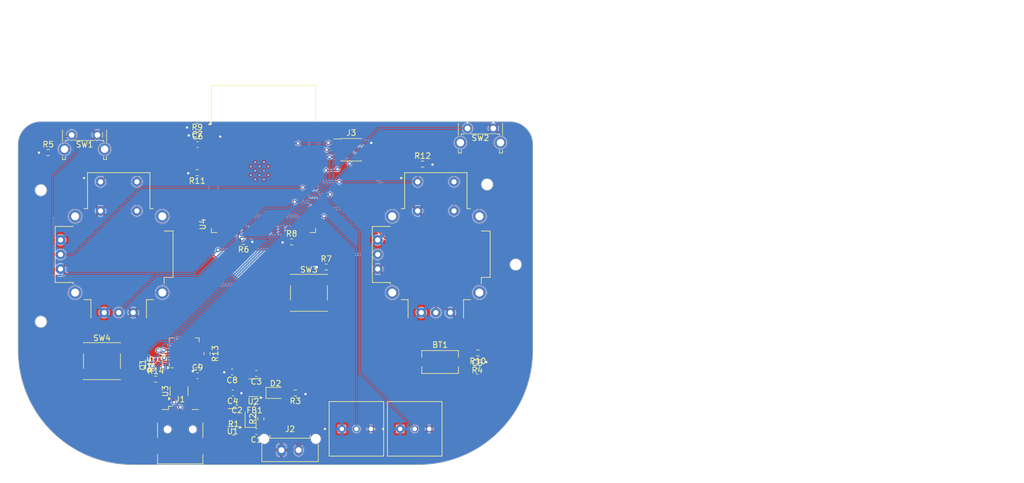
<source format=kicad_pcb>
(kicad_pcb (version 20240108) (generator "pcbnew") (generator_version "8.0")
  (layers (0 "F.Cu" signal) (31 "B.Cu" signal) (34 "B.Paste" user) (35 "F.Paste" user) (36 "B.SilkS" user "B.Silkscreen") (37 "F.SilkS" user "F.Silkscreen") (38 "B.Mask" user) (39 "F.Mask" user) (44 "Edge.Cuts" user))
  (net 0 "")
  (net 1 "VIN")
  (net 2 "GND")
  (net 3 "BT")
  (net 4 "+3.3V")
  (net 5 "EN")
  (net 6 "Net-(D1-A)")
  (net 7 "RX")
  (net 8 "TX")
  (net 9 "Net-(U2-EN)")
  (net 10 "IO13")
  (net 11 "IO15")
  (net 12 "IO12")
  (net 13 "IO35")
  (net 14 "+5V")
  (net 15 "Net-(D2-A)")
  (net 16 "Net-(D1-K)")
  (net 17 "IO5")
  (net 18 "Net-(J1-D+)")
  (net 19 "Net-(Q1A-E1)")
  (net 20 "Net-(Q1B-E2)")
  (net 21 "Net-(Q1A-B1)")
  (net 22 "Net-(Q1B-B2)")
  (net 23 "USBN")
  (net 24 "USBP")
  (net 28 "Net-(J1-D-)")
  (net 29 "IO4")
  (net 30 "IO17")
  (net 31 "IO18")
  (net 32 "Net-(U1-PROG)")
  (net 34 "IO2")
  (net 35 "IO19")
  (net 36 "Net-(U7-~{RST})")
  (net 38 "/STDEsp32/GPIO34")
  (net 42 "IO14")
  (net 43 "/STDEsp32/GPIO32")
  (net 45 "/STDEsp32/GPIO27")
  (net 47 "IO16")
  (net 50 "/STDEsp32/GPIO25")
  (net 51 "/STDEsp32/GPIO22")
  (net 52 "/STDEsp32/GPIO23")
  (net 53 "/STDEsp32/GPIO21")
  (net 55 "/STDEsp32/GPIO33")
  (net 56 "/STDEsp32/GPIO26")
  (footprint "Resistor_SMD:R_0603_1608Metric" (layer "F.Cu") (at 64.2 122.325 -90)
    (property "Reference" "R13")
    (property "Value" "1k")
  )
  (footprint "GL_Diverse:POT-COM_09806" (layer "F.Cu") (at 100.49 135.5)
    (property "Reference" "POT1" (hide yes))
    (property "Value" "COM-09806" (hide yes))
  )
  (footprint "Package_TO_SOT_SMD:SOT-363_SC-70-6" (layer "F.Cu") (at 55.23 124.27 90)
    (property "Reference" "Q1")
    (property "Value" "BC846BS")
  )
  (footprint "RF_Module:ESP32-WROOM-32" (layer "F.Cu") (at 74.055 91.285)
    (property "Reference" "U4")
    (property "Value" "ESP32-WROOM-32")
  )
  (footprint "Package_TO_SOT_SMD:SOT-23-5" (layer "F.Cu") (at 72.2875 128.3 180)
    (property "Reference" "U2")
    (property "Value" "AP2112K-3.3")
  )
  (footprint "Resistor_SMD:R_0603_1608Metric" (layer "F.Cu") (at 73.6 133.725 90)
    (property "Reference" "R2")
    (property "Value" "330")
  )
  (footprint "Capacitor_SMD:C_0603_1608Metric" (layer "F.Cu") (at 72.8 125.8 180)
    (property "Reference" "C3")
    (property "Value" "1uF")
  )
  (footprint "Button_Switch_THT:SW_Tactile_SPST_Angled_PTS645Vx39-2LFS" (layer "F.Cu") (at 40.525 84.1125)
    (property "Reference" "SW1")
    (property "Value" "SW_Push")
  )
  (footprint "LED_SMD:LED_0805_2012Metric" (layer "F.Cu") (at 76.1625 129.2)
    (property "Reference" "D2")
    (property "Value" "PWR ON")
  )
  (footprint "Resistor_SMD:R_0603_1608Metric" (layer "F.Cu") (at 79.625 129.2 180)
    (property "Reference" "R3")
    (property "Value" "330")
  )
  (footprint "LED_SMD:LED_0805_2012Metric" (layer "F.Cu") (at 71.8 133.5375 90)
    (property "Reference" "D1" (hide yes))
    (property "Value" "Chrg" (hide yes))
  )
  (footprint "Capacitor_SMD:C_0603_1608Metric" (layer "F.Cu") (at 62.525 126.2)
    (property "Reference" "C9")
    (property "Value" "10u")
  )
  (footprint "Inductor_SMD:L_0603_1608Metric" (layer "F.Cu") (at 72.4875 130.8 180)
    (property "Reference" "FB1")
    (property "Value" "Ferrite Bead")
  )
  (footprint "Button_Switch_SMD:SW_SPST_PTS645" (layer "F.Cu") (at 82 111.7)
    (property "Reference" "SW3")
    (property "Value" "SW_Push")
  )
  (footprint "Resistor_SMD:R_0603_1608Metric" (layer "F.Cu") (at 85.025 107.2)
    (property "Reference" "R7")
    (property "Value" "4.7k")
  )
  (footprint "Capacitor_SMD:C_0603_1608Metric" (layer "F.Cu") (at 72.8 135.95 180)
    (property "Reference" "C1")
    (property "Value" "1uF")
  )
  (footprint "Resistor_SMD:R_0603_1608Metric" (layer "F.Cu") (at 36.425 87.2)
    (property "Reference" "R5")
    (property "Value" "4.7k")
  )
  (footprint "Resistor_SMD:R_0603_1608Metric" (layer "F.Cu") (at 101.875 89.2)
    (property "Reference" "R12")
    (property "Value" "4.7k")
  )
  (footprint "Connector_PinHeader_1.27mm:PinHeader_2x03_P1.27mm_Vertical_SMD" (layer "F.Cu") (at 89.4 86.7)
    (property "Reference" "J3")
    (property "Value" "Prog")
  )
  (footprint "Package_DFN_QFN:QFN-28-1EP_5x5mm_P0.5mm_EP3.35x3.35mm" (layer "F.Cu") (at 60.2 122.2 90)
    (property "Reference" "U7")
    (property "Value" "CP2102N-Axx-xQFN28")
  )
  (footprint "Button_Switch_SMD:SW_Tactile_SPST_NO_Straight_CK_PTS636Sx25SMTRLFS" (layer "F.Cu") (at 104.925 123.8)
    (property "Reference" "BT1")
    (property "Value" "SW_Push")
  )
  (footprint "Resistor_SMD:R_0603_1608Metric" (layer "F.Cu") (at 52.9 124.2 -90)
    (property "Reference" "R15")
    (property "Value" "10k")
  )
  (footprint "Resistor_SMD:R_0603_1608Metric" (layer "F.Cu") (at 55.225 126.8)
    (property "Reference" "R14")
    (property "Value" "10k")
  )
  (footprint "Connector_Molex:Molex_Micro-Fit_3.0_43650-0215_1x02_P3.00mm_Vertical" (layer "F.Cu") (at 77.2 139.2)
    (property "Reference" "J2")
    (property "Value" "Bat")
  )
  (footprint "Package_TO_SOT_SMD:SOT-23-6" (layer "F.Cu") (at 59.3 128.9 90)
    (property "Reference" "U3")
    (property "Value" "USBLC6-2SC6")
  )
  (footprint "Capacitor_SMD:C_0603_1608Metric" (layer "F.Cu") (at 68.675 129.2 180)
    (property "Reference" "C4")
    (property "Value" "1uF")
  )
  (footprint "Resistor_SMD:R_0603_1608Metric" (layer "F.Cu") (at 78.975 102.8)
    (property "Reference" "R8")
    (property "Value" "4.7k")
  )
  (footprint "Resistor_SMD:R_0603_1608Metric" (layer "F.Cu") (at 62.475 84.2)
    (property "Reference" "R9")
    (property "Value" "10K")
  )
  (footprint "Capacitor_SMD:C_0603_1608Metric" (layer "F.Cu") (at 111.4 125.4)
    (property "Reference" "C5")
    (property "Value" "0.1uf")
  )
  (footprint "Capacitor_SMD:C_0603_1608Metric" (layer "F.Cu") (at 69.425 130.8 180)
    (property "Reference" "C2")
    (property "Value" "10nF")
  )
  (footprint "Button_Switch_SMD:SW_SPST_PTS645" (layer "F.Cu") (at 45.82 123.65)
    (property "Reference" "SW4")
    (property "Value" "SW_Push")
  )
  (footprint "Capacitor_SMD:C_0603_1608Metric" (layer "F.Cu") (at 68.575 125.55 180)
    (property "Reference" "C8")
    (property "Value" "0.1uf")
  )
  (footprint "Resistor_SMD:R_0603_1608Metric" (layer "F.Cu") (at 68.825 136.05)
    (property "Reference" "R1")
    (property "Value" "2k")
  )
  (footprint "GL_Diverse:POT-COM-09032" (layer "F.Cu") (at 48.75 105)
    (property "Reference" "U5" (hide yes))
    (property "Value" "COM-09032" (hide yes))
  )
  (footprint "Resistor_SMD:R_0603_1608Metric" (layer "F.Cu") (at 62.475 90.7 180)
    (property "Reference" "R11")
    (property "Value" "4.7k")
  )
  (footprint "Capacitor_SMD:C_0603_1608Metric" (layer "F.Cu") (at 62.525 85.8)
    (property "Reference" "C6")
    (property "Value" "0.1uf")
  )
  (footprint "Capacitor_SMD:C_0603_1608Metric" (layer "F.Cu") (at 62.475 82.6 180)
    (property "Reference" "C7")
    (property "Value" "0.1uf")
  )
  (footprint "Resistor_SMD:R_0603_1608Metric" (layer "F.Cu") (at 111.525 122.2 180)
    (property "Reference" "R10")
    (property "Value" "10K")
  )
  (footprint "Package_TO_SOT_SMD:SOT-23-5" (layer "F.Cu") (at 68.6625 133.5 180)
    (property "Reference" "U1")
    (property "Value" "MCP73832-2-OT")
  )
  (footprint "Resistor_SMD:R_0603_1608Metric" (layer "F.Cu") (at 70.575 102.7 180)
    (property "Reference" "R6")
    (property "Value" "4.7k")
  )
  (footprint "GL_Diverse:POT-COM-09032" (layer "F.Cu") (at 104.18 105)
    (property "Reference" "U6" (hide yes))
    (property "Value" "COM-09032" (hide yes))
  )
  (footprint "Button_Switch_THT:SW_Tactile_SPST_Angled_PTS645Vx39-2LFS" (layer "F.Cu") (at 109.725 82.9625)
    (property "Reference" "SW2")
    (property "Value" "SW_Push")
  )
  (footprint "Resistor_SMD:R_0603_1608Metric" (layer "F.Cu") (at 111.425 123.8 180)
    (property "Reference" "R4")
    (property "Value" "4.7k")
  )
  (footprint "GL_Diverse:POT-COM_09806" (layer "F.Cu") (at 90.3 135.5)
    (property "Reference" "POT2" (hide yes))
    (property "Value" "COM-09806" (hide yes))
  )
  (footprint "Connector_USB:USB_Mini-B_Wuerth_65100516121_Horizontal" (layer "F.Cu") (at 59.5 135.575)
    (property "Reference" "J1")
    (property "Value" "USB_A")
  )
  (gr_circle (center 118.15 106.765) (end 119.15 106.765) (stroke (width 0.1)) (fill none) (layer "Edge.Cuts"))
  (gr_line (start 121.15 121.765) (end 121.15 85.765) (stroke (width 0.1)) (layer "Edge.Cuts"))
  (gr_arc (start 121.15 121.765) (mid 115.292136 135.907136) (end 101.15 141.765) (stroke (width 0.1)) (layer "Edge.Cuts"))
  (gr_arc (start 31.15 85.765) (mid 32.321573 82.936573) (end 35.15 81.765) (stroke (width 0.1)) (layer "Edge.Cuts"))
  (gr_arc (start 117.15 81.765) (mid 119.978427 82.936573) (end 121.15 85.765) (stroke (width 0.1)) (layer "Edge.Cuts"))
  (gr_arc (start 51.15 141.765) (mid 37.007864 135.907136) (end 31.15 121.765) (stroke (width 0.1)) (layer "Edge.Cuts"))
  (gr_line (start 35.15 81.765) (end 117.15 81.765) (stroke (width 0.1)) (layer "Edge.Cuts"))
  (gr_circle (center 113.15 92.765) (end 114.15 92.765) (stroke (width 0.1)) (fill none) (layer "Edge.Cuts"))
  (gr_circle (center 35.15 93.765) (end 36.15 93.765) (stroke (width 0.1)) (fill none) (layer "Edge.Cuts"))
  (gr_circle (center 35.15 116.765) (end 36.15 116.765) (stroke (width 0.1)) (fill none) (layer "Edge.Cuts"))
  (gr_line (start 31.15 85.765) (end 31.15 121.765) (stroke (width 0.1)) (layer "Edge.Cuts"))
  (gr_line (start 51.15 141.765) (end 101.15 141.765) (stroke (width 0.1)) (layer "Edge.Cuts"))
  (segment (start 74.91 131.9) (end 73.4 131.9) (width 1) (layer "F.Cu") (net 1))
  (segment (start 69.8 131.2) (end 70.2 130.8) (width 0.25) (layer "F.Cu") (net 1))
  (segment (start 71.7 130.8) (end 70.2 130.8) (width 0.25) (layer "F.Cu") (net 1))
  (segment (start 71.7 130.8) (end 72.8 131.9) (width 0.25) (layer "F.Cu") (net 1))
  (segment (start 80.2 137.19) (end 74.91 131.9) (width 1) (layer "F.Cu") (net 1))
  (segment (start 72.8 131.9) (end 73.4 131.9) (width 0.25) (layer "F.Cu") (net 1))
  (segment (start 80.2 139.2) (end 80.2 137.19) (width 1) (layer "F.Cu") (net 1))
  (segment (start 69.8 132.55) (end 69.8 131.2) (width 0.25) (layer "F.Cu") (net 1))
  (segment (start 59.4 129.1) (end 60.8 129.1) (width 0.25) (layer "F.Cu") (net 2))
  (segment (start 73.425 128.3) (end 74.325 128.3) (width 0.25) (layer "F.Cu") (net 2))
  (segment (start 74.325 128.3) (end 75.225 129.2) (width 0.25) (layer "F.Cu") (net 2))
  (segment (start 63.25 82.6) (end 63.8 82.6) (width 0.25) (layer "F.Cu") (net 2))
  (segment (start 78.02 113.95) (end 85.98 113.95) (width 0.25) (layer "F.Cu") (net 2))
  (segment (start 60.3 132.975) (end 61.1 132.975) (width 0.25) (layer "F.Cu") (net 2))
  (segment (start 65.305 83.035) (end 64.235 83.035) (width 0.25) (layer "F.Cu") (net 2))
  (segment (start 64.235 83.035) (end 64 82.8) (width 0.25) (layer "F.Cu") (net 2))
  (segment (start 59.3 129.2) (end 59.4 129.1) (width 0.25) (layer "F.Cu") (net 2))
  (segment (start 63.8 82.6) (end 64 82.8) (width 0.25) (layer "F.Cu") (net 2))
  (segment (start 59.3 130.0375) (end 59.3 129.2) (width 0.25) (layer "F.Cu") (net 2))
  (segment (start 110.6 123.8) (end 108.8 123.8) (width 0.25) (layer "F.Cu") (net 3))
  (segment (start 89.1 89.1) (end 91.35 89.1) (width 0.254) (layer "F.Cu") (net 3))
  (segment (start 110.7 122.2) (end 110.7 123.7) (width 0.25) (layer "F.Cu") (net 3))
  (segment (start 91.35 89.300434) (end 91.35 89.1) (width 0.25) (layer "F.Cu") (net 3))
  (segment (start 55.88 125.22) (end 55.98 125.22) (width 0.254) (layer "F.Cu") (net 3))
  (segment (start 105.3 103.250434) (end 91.35 89.300434) (width 0.25) (layer "F.Cu") (net 3))
  (segment (start 110.7 121.1) (end 110.7 122.2) (width 0.25) (layer "F.Cu") (net 3))
  (segment (start 55.98 125.22) (end 56.5 124.7) (width 0.254) (layer "F.Cu") (net 3))
  (segment (start 91.35 89.1) (end 91.35 87.97) (width 0.25) (layer "F.Cu") (net 3))
  (segment (start 105.3 115.7) (end 110.7 121.1) (width 0.25) (layer "F.Cu") (net 3))
  (segment (start 105.3 115.7) (end 105.3 103.250434) (width 0.25) (layer "F.Cu") (net 3))
  (segment (start 110.625 123.825) (end 110.6 123.8) (width 0.25) (layer "F.Cu") (net 3))
  (segment (start 110.7 123.7) (end 110.6 123.8) (width 0.25) (layer "F.Cu") (net 3))
  (segment (start 110.625 125.4) (end 110.625 123.825) (width 0.25) (layer "F.Cu") (net 3))
  (via (at 89.1 89.1) (size 0.8) (drill 0.4) (layers "F.Cu" "B.Cu") (net 3))
  (via (at 56.5 124.7) (size 0.8) (drill 0.4) (layers "F.Cu" "B.Cu") (net 3))
  (segment (start 83.207276 95.207276) (end 89.1 89.314552) (width 0.254) (layer "B.Cu") (net 3))
  (segment (start 57.327 121.087552) (end 83.207276 95.207276) (width 0.254) (layer "B.Cu") (net 3))
  (segment (start 57.327 123.873) (end 57.327 121.087552) (width 0.254) (layer "B.Cu") (net 3))
  (segment (start 56.5 124.7) (end 57.327 123.873) (width 0.254) (layer "B.Cu") (net 3))
  (segment (start 89.1 89.314552) (end 89.1 89.1) (width 0.254) (layer "B.Cu") (net 3))
  (segment (start 71.4 102.7) (end 72 102.7) (width 0.25) (layer "F.Cu") (net 4))
  (segment (start 66.405 84.305) (end 66.5 84.4) (width 0.25) (layer "F.Cu") (net 4))
  (segment (start 112.25 123.8) (end 112.25 122.3) (width 0.25) (layer "F.Cu") (net 4))
  (segment (start 112.25 122.3) (end 112.35 122.2) (width 0.25) (layer "F.Cu") (net 4))
  (segment (start 61.65 84.2) (end 61 84.2) (width 0.25) (layer "F.Cu") (net 4))
  (segment (start 60.9 82.6) (end 60.7 82.8) (width 0.25) (layer "F.Cu") (net 4))
  (segment (start 61.7 82.6) (end 60.9 82.6) (width 0.25) (layer "F.Cu") (net 4))
  (segment (start 72 102.7) (end 72.1 102.8) (width 0.25) (layer "F.Cu") (net 4))
  (segment (start 67.8 125.55) (end 67.25 125.55) (width 0.25) (layer "F.Cu") (net 4))
  (segment (start 91.35 85.43) (end 92.83 85.43) (width 0.25) (layer "F.Cu") (net 4))
  (segment (start 61.65 90.7) (end 61 90.7) (width 0.25) (layer "F.Cu") (net 4))
  (segment (start 71.15 129.25) (end 70.2 129.25) (width 0.25) (layer "F.Cu") (net 4))
  (segment (start 61 90.7) (end 60.9 90.8) (width 0.25) (layer "F.Cu") (net 4))
  (segment (start 103.5 89.2) (end 103.6 89.3) (width 0.25) (layer "F.Cu") (net 4))
  (segment (start 61.75 126.2) (end 61.75 125.45) (width 0.25) (layer "F.Cu") (net 4))
  (segment (start 77.5 102.8) (end 77.4 102.9) (width 0.25) (layer "F.Cu") (net 4))
  (segment (start 84.2 107.2) (end 83.4 107.2) (width 0.25) (layer "F.Cu") (net 4))
  (segment (start 80.45 129.2) (end 81.2 129.2) (width 0.25) (layer "F.Cu") (net 4))
  (segment (start 67.25 125.55) (end 67.2 125.6) (width 0.25) (layer "F.Cu") (net 4))
  (segment (start 61.2 124.65) (end 61.7 124.65) (width 0.25) (layer "F.Cu") (net 4))
  (segment (start 78.15 102.8) (end 77.5 102.8) (width 0.25) (layer "F.Cu") (net 4))
  (segment (start 70.15 129.2) (end 70.2 129.25) (width 0.25) (layer "F.Cu") (net 4))
  (segment (start 92.83 85.43) (end 92.9 85.5) (width 0.25) (layer "F.Cu") (net 4))
  (segment (start 112.25 123.8) (end 113 123.8) (width 0.25) (layer "F.Cu") (net 4))
  (segment (start 102.7 89.2) (end 103.5 89.2) (width 0.25) (layer "F.Cu") (net 4))
  (segment (start 81.2 129.2) (end 81.4 129.4) (width 0.25) (layer "F.Cu") (net 4))
  (segment (start 61.7 124.65) (end 61.7 125.4) (width 0.25) (layer "F.Cu") (net 4))
  (segment (start 35.6 87.2) (end 34.8 87.2) (width 0.25) (layer "F.Cu") (net 4))
  (segment (start 65.305 84.305) (end 66.405 84.305) (width 0.25) (layer "F.Cu") (net 4))
  (segment (start 61.75 125.45) (end 61.7 125.4) (width 0.25) (layer "F.Cu") (net 4))
  (segment (start 69.45 129.2) (end 70.15 129.2) (width 0.25) (layer "F.Cu") (net 4))
  (via (at 92.9 85.5) (size 0.8) (drill 0.4) (layers "F.Cu" "B.Cu") (net 4))
  (via (at 72.1 102.8) (size 0.8) (drill 0.4) (layers "F.Cu" "B.Cu") (net 4))
  (via (at 70.2 129.25) (size 0.8) (drill 0.4) (layers "F.Cu" "B.Cu") (net 4))
  (via (at 83.4 107.2) (size 0.8) (drill 0.4) (layers "F.Cu" "B.Cu") (net 4))
  (via (at 60.7 82.8) (size 0.8) (drill 0.4) (layers "F.Cu" "B.Cu") (net 4))
  (via (at 113 123.8) (size 0.8) (drill 0.4) (layers "F.Cu" "B.Cu") (net 4))
  (via (at 67.2 125.6) (size 0.8) (drill 0.4) (layers "F.Cu" "B.Cu") (net 4))
  (via (at 61 84.2) (size 0.8) (drill 0.4) (layers "F.Cu" "B.Cu") (net 4))
  (via (at 81.4 129.4) (size 0.8) (drill 0.4) (layers "F.Cu" "B.Cu") (net 4))
  (via (at 34.8 87.2) (size 0.8) (drill 0.4) (layers "F.Cu" "B.Cu") (net 4))
  (via (at 61.7 125.4) (size 0.8) (drill 0.4) (layers "F.Cu" "B.Cu") (net 4))
  (via (at 66.5 84.4) (size 0.8) (drill 0.4) (layers "F.Cu" "B.Cu") (net 4))
  (via (at 60.9 90.8) (size 0.8) (drill 0.4) (layers "F.Cu" "B.Cu") (net 4))
  (via (at 103.6 89.3) (size 0.8) (drill 0.4) (layers "F.Cu" "B.Cu") (net 4))
  (via (at 77.4 102.9) (size 0.8) (drill 0.4) (layers "F.Cu" "B.Cu") (net 4))
  (segment (start 54.008 122.748) (end 52.442588 122.748) (width 0.254) (layer "F.Cu") (net 5))
  (segment (start 65.305 85.575) (end 63.525 85.575) (width 0.25) (layer "F.Cu") (net 5))
  (segment (start 62.3 88.5) (end 63.3 87.5) (width 0.254) (layer "F.Cu") (net 5))
  (segment (start 37.474 122.083) (end 37.474 98.726) (width 0.254) (layer "F.Cu") (net 5))
  (segment (start 47.7 88.5) (end 62.3 88.5) (width 0.254) (layer "F.Cu") (net 5))
  (segment (start 52.442588 122.748) (end 50.8 124.390588) (width 0.254) (layer "F.Cu") (net 5))
  (segment (start 85.4 85.5) (end 87.38 85.5) (width 0.25) (layer "F.Cu") (net 5))
  (segment (start 63.3 87.5) (end 63.3 85.8) (width 0.254) (layer "F.Cu") (net 5))
  (segment (start 39.781588 124.390588) (end 37.474 122.083) (width 0.254) (layer "F.Cu") (net 5))
  (segment (start 54.58 123.32) (end 54.008 122.748) (width 0.254) (layer "F.Cu") (net 5))
  (segment (start 65.305 85.575) (end 80.075 85.575) (width 0.25) (layer "F.Cu") (net 5))
  (segment (start 80.075 85.575) (end 80.1 85.6) (width 0.25) (layer "F.Cu") (net 5))
  (segment (start 37.474 98.726) (end 47.7 88.5) (width 0.254) (layer "F.Cu") (net 5))
  (segment (start 50.8 124.390588) (end 39.781588 124.390588) (width 0.254) (layer "F.Cu") (net 5))
  (segment (start 87.38 85.5) (end 87.45 85.43) (width 0.25) (layer "F.Cu") (net 5))
  (segment (start 63.525 85.575) (end 63.3 85.8) (width 0.25) (layer "F.Cu") (net 5))
  (segment (start 63.3 84.2) (end 63.3 85.8) (width 0.25) (layer "F.Cu") (net 5))
  (via (at 80.1 85.6) (size 0.8) (drill 0.4) (layers "F.Cu" "B.Cu") (net 5))
  (via (at 85.4 85.5) (size 0.8) (drill 0.4) (layers "F.Cu" "B.Cu") (net 5))
  (segment (start 85.3 85.6) (end 85.4 85.5) (width 0.25) (layer "B.Cu") (net 5))
  (segment (start 80.1 85.6) (end 85.3 85.6) (width 0.25) (layer "B.Cu") (net 5))
  (segment (start 72.1 132.9) (end 71.8 132.6) (width 0.25) (layer "F.Cu") (net 6))
  (segment (start 73.6 132.9) (end 72.1 132.9) (width 0.25) (layer "F.Cu") (net 6))
  (segment (start 87.45 87.97) (end 85.6 87.97) (width 0.25) (layer "F.Cu") (net 7))
  (segment (start 57.075 122.7) (end 56.7 123.075) (width 0.254) (layer "F.Cu") (net 7))
  (segment (start 82.95 87.97) (end 82.805 88.115) (width 0.25) (layer "F.Cu") (net 7))
  (segment (start 57.75 122.7) (end 57.075 122.7) (width 0.254) (layer "F.Cu") (net 7))
  (segment (start 85.6 87.97) (end 82.95 87.97) (width 0.25) (layer "F.Cu") (net 7))
  (via (at 85.6 87.97) (size 0.8) (drill 0.4) (layers "F.Cu" "B.Cu") (net 7))
  (via (at 56.7 123.075) (size 0.8) (drill 0.4) (layers "F.Cu" "B.Cu") (net 7))
  (segment (start 53.973 124.759712) (end 53.973 121.927) (width 0.254) (layer "B.Cu") (net 7))
  (segment (start 85.6 91.813288) (end 85.6 87.97) (width 0.254) (layer "B.Cu") (net 7))
  (segment (start 57.213288 120.2) (end 85.6 91.813288) (width 0.254) (layer "B.Cu") (net 7))
  (segment (start 56.7 123.286712) (end 54.859712 125.127) (width 0.254) (layer "B.Cu") (net 7))
  (segment (start 53.973 121.927) (end 55.7 120.2) (width 0.254) (layer "B.Cu") (net 7))
  (segment (start 54.859712 125.127) (end 54.340288 125.127) (width 0.254) (layer "B.Cu") (net 7))
  (segment (start 55.7 120.2) (end 57.213288 120.2) (width 0.254) (layer "B.Cu") (net 7))
  (segment (start 56.7 123.075) (end 56.7 123.286712) (width 0.254) (layer "B.Cu") (net 7))
  (segment (start 54.340288 125.127) (end 53.973 124.759712) (width 0.254) (layer "B.Cu") (net 7))
  (segment (start 87.45 86.7) (end 85.1 86.7) (width 0.25) (layer "F.Cu") (net 8))
  (segment (start 82.95 86.7) (end 82.805 86.845) (width 0.25) (layer "F.Cu") (net 8))
  (segment (start 56.222315 122.327) (end 55.655715 121.7604) (width 0.254) (layer "F.Cu") (net 8))
  (segment (start 57.623 122.327) (end 56.222315 122.327) (width 0.254) (layer "F.Cu") (net 8))
  (segment (start 85.1 86.7) (end 82.95 86.7) (width 0.25) (layer "F.Cu") (net 8))
  (segment (start 57.75 122.2) (end 57.623 122.327) (width 0.254) (layer "F.Cu") (net 8))
  (via (at 55.655715 121.7604) (size 0.8) (drill 0.4) (layers "F.Cu" "B.Cu") (net 8))
  (via (at 85.1 86.7) (size 0.8) (drill 0.4) (layers "F.Cu" "B.Cu") (net 8))
  (segment (start 55.655715 121.757573) (end 56.859288 120.554) (width 0.254) (layer "B.Cu") (net 8))
  (segment (start 56.859288 120.554) (end 57.35992 120.554) (width 0.254) (layer "B.Cu") (net 8))
  (segment (start 55.655715 121.7604) (end 55.655715 121.757573) (width 0.254) (layer "B.Cu") (net 8))
  (segment (start 85.3 86.7) (end 85.1 86.7) (width 0.254) (layer "B.Cu") (net 8))
  (segment (start 57.35992 120.554) (end 86.227 91.68692) (width 0.254) (layer "B.Cu") (net 8))
  (segment (start 86.227 87.627) (end 85.3 86.7) (width 0.254) (layer "B.Cu") (net 8))
  (segment (start 86.227 91.68692) (end 86.227 87.627) (width 0.254) (layer "B.Cu") (net 8))
  (segment (start 73.275 129.4) (end 73.425 129.25) (width 0.254) (layer "F.Cu") (net 9))
  (segment (start 73.425 129.25) (end 72.762501 129.25) (width 0.25) (layer "F.Cu") (net 9))
  (segment (start 73.425 127.35) (end 73.425 125.95) (width 0.25) (layer "F.Cu") (net 9))
  (segment (start 72.5375 127.575001) (end 72.762501 127.35) (width 0.25) (layer "F.Cu") (net 9))
  (segment (start 72.762501 129.25) (end 72.5375 129.024999) (width 0.25) (layer "F.Cu") (net 9))
  (segment (start 73.425 125.95) (end 73.575 125.8) (width 0.25) (layer "F.Cu") (net 9))
  (segment (start 72.5375 129.024999) (end 72.5375 127.575001) (width 0.25) (layer "F.Cu") (net 9))
  (segment (start 72.762501 127.35) (end 73.425 127.35) (width 0.25) (layer "F.Cu") (net 9))
  (segment (start 73.275 130.8) (end 73.275 129.4) (width 0.254) (layer "F.Cu") (net 9))
  (segment (start 86.8 90.3) (end 87 90.1) (width 0.25) (layer "F.Cu") (net 10))
  (segment (start 69.75 102.7) (end 69.9 102.7) (width 0.25) (layer "F.Cu") (net 10))
  (segment (start 69.9 102.7) (end 70.3 102.3) (width 0.25) (layer "F.Cu") (net 10))
  (segment (start 84.973 90.3) (end 86.8 90.3) (width 0.25) (layer "F.Cu") (net 10))
  (segment (start 69.615 100.795) (end 69.615 102.565) (width 0.25) (layer "F.Cu") (net 10))
  (segment (start 69.615 102.565) (end 69.75 102.7) (width 0.25) (layer "F.Cu") (net 10))
  (via (at 84.973 90.3) (size 0.8) (drill 0.4) (layers "F.Cu" "B.Cu") (net 10))
  (via (at 70.3 102.3) (size 0.8) (drill 0.4) (layers "F.Cu" "B.Cu") (net 10))
  (via (at 87 90.1) (size 0.8) (drill 0.4) (layers "F.Cu" "B.Cu") (net 10))
  (segment (start 85 90.6) (end 85 90.7) (width 0.25) (layer "B.Cu") (net 10))
  (segment (start 94.1375 82.9625) (end 109.725 82.9625) (width 0.25) (layer "B.Cu") (net 10))
  (segment (start 80.157742 96.757742) (end 85 91.915484) (width 0.25) (layer "B.Cu") (net 10))
  (segment (start 74.807742 102.107742) (end 80.157742 96.757742) (width 0.25) (layer "B.Cu") (net 10))
  (segment (start 85 90.7) (end 85 90.327) (width 0.25) (layer "B.Cu") (net 10))
  (segment (start 70.492258 102.107742) (end 74.807742 102.107742) (width 0.25) (layer "B.Cu") (net 10))
  (segment (start 85 91.915484) (end 85 90.6) (width 0.25) (layer "B.Cu") (net 10))
  (segment (start 85 90.327) (end 84.973 90.3) (width 0.25) (layer "B.Cu") (net 10))
  (segment (start 87 90.1) (end 94.1375 82.9625) (width 0.25) (layer "B.Cu") (net 10))
  (segment (start 70.3 102.3) (end 70.492258 102.107742) (width 0.25) (layer "B.Cu") (net 10))
  (segment (start 66.1 104.2) (end 75.1 104.2) (width 0.25) (layer "F.Cu") (net 11))
  (segment (start 75.1 104.2) (end 77.53 101.77) (width 0.25) (layer "F.Cu") (net 11))
  (segment (start 77.91 101.39) (end 78.505 100.795) (width 0.25) (layer "F.Cu") (net 11))
  (segment (start 39.8625 84.1125) (end 40.525 84.1125) (width 0.25) (layer "F.Cu") (net 11))
  (segment (start 37.25 87.2) (end 37.25 86.725) (width 0.25) (layer "F.Cu") (net 11))
  (segment (start 37.25 86.725) (end 39.8625 84.1125) (width 0.25) (layer "F.Cu") (net 11))
  (segment (start 77.53 101.77) (end 77.91 101.77) (width 0.25) (layer "F.Cu") (net 11))
  (segment (start 77.91 101.77) (end 77.91 101.39) (width 0.25) (layer "F.Cu") (net 11))
  (via (at 66.1 104.2) (size 0.8) (drill 0.4) (layers "F.Cu" "B.Cu") (net 11))
  (segment (start 37.2 108.3) (end 37.2 91.3835) (width 0.25) (layer "B.Cu") (net 11))
  (segment (start 62 108.3) (end 39.405434 108.3) (width 0.25) (layer "B.Cu") (net 11))
  (segment (start 37.554 108.654) (end 37.2 108.3) (width 0.25) (layer "B.Cu") (net 11))
  (segment (start 37.2 91.3835) (end 41.399999 87.183501) (width 0.25) (layer "B.Cu") (net 11))
  (segment (start 39.051434 108.654) (end 37.554 108.654) (width 0.25) (layer "B.Cu") (net 11))
  (segment (start 41.399999 84.987499) (end 40.525 84.1125) (width 0.25) (layer "B.Cu") (net 11))
  (segment (start 66.1 104.2) (end 62 108.3) (width 0.25) (layer "B.Cu") (net 11))
  (segment (start 41.399999 87.183501) (end 41.399999 84.987499) (width 0.25) (layer "B.Cu") (net 11))
  (segment (start 39.405434 108.3) (end 39.051434 108.654) (width 0.25) (layer "B.Cu") (net 11))
  (segment (start 65.3 105.1) (end 65.305 105.095) (width 0.25) (layer "F.Cu") (net 12))
  (segment (start 69.65 109.45) (end 65.3 105.1) (width 0.25) (layer "F.Cu") (net 12))
  (segment (start 65.305 105.095) (end 65.305 99.545) (width 0.25) (layer "F.Cu") (net 12))
  (segment (start 85.98 109.45) (end 85.98 107.33) (width 0.25) (layer "F.Cu") (net 12))
  (segment (start 85.98 107.33) (end 85.85 107.2) (width 0.25) (layer "F.Cu") (net 12))
  (segment (start 78.02 109.45) (end 69.65 109.45) (width 0.25) (layer "F.Cu") (net 12))
  (segment (start 85.98 109.45) (end 78.02 109.45) (width 0.25) (layer "F.Cu") (net 12))
  (segment (start 63.345 90.655) (end 63.3 90.7) (width 0.25) (layer "F.Cu") (net 13))
  (segment (start 60.525 91.425) (end 62.575 91.425) (width 0.25) (layer "F.Cu") (net 13))
  (segment (start 65.305 90.655) (end 63.345 90.655) (width 0.25) (layer "F.Cu") (net 13))
  (segment (start 46.689 91.186) (end 60.286 91.186) (width 0.25) (layer "F.Cu") (net 13))
  (segment (start 62.575 91.425) (end 63.3 90.7) (width 0.25) (layer "F.Cu") (net 13))
  (segment (start 45.575 92.3) (end 46.689 91.186) (width 0.25) (layer "F.Cu") (net 13))
  (segment (start 60.286 91.186) (end 60.525 91.425) (width 0.25) (layer "F.Cu") (net 13))
  (segment (start 57.825 128.865514) (end 58.040514 128.65) (width 0.25) (layer "F.Cu") (net 14))
  (segment (start 59.3 128.009486) (end 59.940514 128.65) (width 0.25) (layer "F.Cu") (net 14))
  (segment (start 58.659486 128.65) (end 59.3 128.009486) (width 0.25) (layer "F.Cu") (net 14))
  (segment (start 59.940514 128.65) (end 61.13237 128.65) (width 0.25) (layer "F.Cu") (net 14))
  (segment (start 61.13237 128.65) (end 62.5 128.65) (width 0.25) (layer "F.Cu") (net 14))
  (segment (start 67.525 133.208884) (end 67.525 132.55) (width 0.25) (layer "F.Cu") (net 14))
  (segment (start 57.9 132.975) (end 57.825 132.9) (width 0.25) (layer "F.Cu") (net 14))
  (segment (start 73.575 135.95) (end 72.75 136.775) (width 0.25) (layer "F.Cu") (net 14))
  (segment (start 62.5 128.65) (end 62.525 128.625) (width 0.25) (layer "F.Cu") (net 14))
  (segment (start 59.3 127.7625) (end 59.3 128.009486) (width 0.25) (layer "F.Cu") (net 14))
  (segment (start 63.625 128.65) (end 61.13237 128.65) (width 0.254) (layer "F.Cu") (net 14))
  (segment (start 57.825 132.9) (end 57.825 128.865514) (width 0.25) (layer "F.Cu") (net 14))
  (segment (start 68.7 136.181582) (end 68.7 134.383884) (width 0.25) (layer "F.Cu") (net 14))
  (segment (start 58.040514 128.65) (end 58.659486 128.65) (width 0.25) (layer "F.Cu") (net 14))
  (segment (start 69.293418 136.775) (end 68.7 136.181582) (width 0.25) (layer "F.Cu") (net 14))
  (segment (start 62.525 123.825) (end 62.65 123.7) (width 0.25) (layer "F.Cu") (net 14))
  (segment (start 73.6 134.55) (end 73.6 135.925) (width 0.25) (layer "F.Cu") (net 14))
  (segment (start 62.525 128.625) (end 62.525 123.825) (width 0.25) (layer "F.Cu") (net 14))
  (segment (start 72.75 136.775) (end 69.293418 136.775) (width 0.25) (layer "F.Cu") (net 14))
  (segment (start 68.7 134.383884) (end 67.525 133.208884) (width 0.25) (layer "F.Cu") (net 14))
  (segment (start 67.525 132.55) (end 63.625 128.65) (width 0.254) (layer "F.Cu") (net 14))
  (segment (start 73.6 135.925) (end 73.575 135.95) (width 0.25) (layer "F.Cu") (net 14))
  (segment (start 78.8 129.2) (end 77.1 129.2) (width 0.25) (layer "F.Cu") (net 15))
  (segment (start 71.8 134.475) (end 69.825 134.475) (width 0.25) (layer "F.Cu") (net 16))
  (segment (start 69.825 134.475) (end 69.8 134.45) (width 0.25) (layer "F.Cu") (net 16))
  (segment (start 82.84 94.5) (end 82.805 94.465) (width 0.25) (layer "F.Cu") (net 17))
  (segment (start 85.7 94.5) (end 82.84 94.5) (width 0.25) (layer "F.Cu") (net 17))
  (via (at 85.7 94.5) (size 0.8) (drill 0.4) (layers "F.Cu" "B.Cu") (net 17))
  (segment (start 85.7 94.5) (end 85.7 95.8) (width 0.25) (layer "B.Cu") (net 17))
  (segment (start 96.09 130.89) (end 96.09 131.1) (width 0.25) (layer "B.Cu") (net 17))
  (segment (start 85.7 95.8) (end 90.8 100.9) (width 0.25) (layer "B.Cu") (net 17))
  (segment (start 96.09 131.1) (end 100.49 135.5) (width 0.25) (layer "B.Cu") (net 17))
  (segment (start 90.8 125.6) (end 96.09 130.89) (width 0.25) (layer "B.Cu") (net 17))
  (segment (start 90.8 100.9) (end 90.8 125.6) (width 0.25) (layer "B.Cu") (net 17))
  (segment (start 58.449999 130.834289) (end 58.449999 130.137499) (width 0.254) (layer "F.Cu") (net 18))
  (segment (start 59.5 132.975) (end 59.5 131.756585) (width 0.254) (layer "F.Cu") (net 18))
  (segment (start 59.5 131.756585) (end 59.529585 131.727) (width 0.254) (layer "F.Cu") (net 18))
  (segment (start 58.449999 130.137499) (end 58.35 130.0375) (width 0.254) (layer "F.Cu") (net 18))
  (via (at 59.529585 131.727) (size 0.8) (drill 0.4) (layers "F.Cu" "B.Cu") (net 18))
  (via (at 58.449999 130.834289) (size 0.8) (drill 0.4) (layers "F.Cu" "B.Cu") (net 18))
  (segment (start 59.34271 131.727) (end 58.449999 130.834289) (width 0.254) (layer "B.Cu") (net 18))
  (segment (start 59.529585 131.727) (end 59.34271 131.727) (width 0.254) (layer "B.Cu") (net 18))
  (segment (start 54.58 125.22) (end 53.095 125.22) (width 0.25) (layer "F.Cu") (net 19))
  (segment (start 53.095 125.22) (end 52.9 125.025) (width 0.25) (layer "F.Cu") (net 19))
  (segment (start 54.58 125.22) (end 54.58 124.52) (width 0.25) (layer "F.Cu") (net 19))
  (segment (start 56.6 121.7) (end 57.75 121.7) (width 0.25) (layer "F.Cu") (net 19))
  (segment (start 54.58 124.52) (end 54.6 124.5) (width 0.25) (layer "F.Cu") (net 19))
  (via (at 56.6 121.7) (size 0.8) (drill 0.4) (layers "F.Cu" "B.Cu") (net 19))
  (via (at 54.6 124.5) (size 0.8) (drill 0.4) (layers "F.Cu" "B.Cu") (net 19))
  (segment (start 54.6 124.5) (end 54.6 123.7) (width 0.25) (layer "B.Cu") (net 19))
  (segment (start 54.6 123.7) (end 56.6 121.7) (width 0.25) (layer "B.Cu") (net 19))
  (segment (start 57.75 123.7) (end 56.26 123.7) (width 0.25) (layer "F.Cu") (net 20))
  (segment (start 56.26 123.7) (end 55.88 123.32) (width 0.25) (layer "F.Cu") (net 20))
  (segment (start 57.75 125.1) (end 57.75 123.7) (width 0.254) (layer "F.Cu") (net 20))
  (segment (start 56.05 126.8) (end 57.75 125.1) (width 0.254) (layer "F.Cu") (net 20))
  (segment (start 55.23 125.97) (end 55.23 125.22) (width 0.25) (layer "F.Cu") (net 21))
  (segment (start 54.4 126.8) (end 55.23 125.97) (width 0.25) (layer "F.Cu") (net 21))
  (segment (start 55.23 123.32) (end 55.23 123.644999) (width 0.25) (layer "F.Cu") (net 22))
  (segment (start 53.395 123.87) (end 52.9 123.375) (width 0.25) (layer "F.Cu") (net 22))
  (segment (start 55.004999 123.87) (end 53.395 123.87) (width 0.25) (layer "F.Cu") (net 22))
  (segment (start 55.23 123.644999) (end 55.004999 123.87) (width 0.25) (layer "F.Cu") (net 22))
  (segment (start 60.25 127.7625) (end 60.7 127.3125) (width 0.2) (layer "F.Cu") (net 23))
  (segment (start 60.7 127.3125) (end 60.7 124.65) (width 0.2) (layer "F.Cu") (net 23))
  (segment (start 60.2 125) (end 60.2 124.65) (width 0.2) (layer "F.Cu") (net 24))
  (segment (start 58.35 126.85) (end 60.2 125) (width 0.2) (layer "F.Cu") (net 24))
  (segment (start 58.35 127.7625) (end 58.35 126.85) (width 0.2) (layer "F.Cu") (net 24))
  (segment (start 60.25 130.699999) (end 59.849999 131.1) (width 0.254) (layer "F.Cu") (net 28))
  (segment (start 59.071 131.1) (end 58.7 131.471) (width 0.254) (layer "F.Cu") (net 28))
  (segment (start 58.7 131.471) (end 58.7 132.975) (width 0.254) (layer "F.Cu") (net 28))
  (segment (start 60.25 130.0375) (end 60.25 130.699999) (width 0.254) (layer "F.Cu") (net 28))
  (segment (start 59.849999 131.1) (end 59.071 131.1) (width 0.254) (layer "F.Cu") (net 28))
  (segment (start 84.6 98.3) (end 82.83 98.3) (width 0.25) (layer "F.Cu") (net 29))
  (segment (start 82.83 98.3) (end 82.805 98.275) (width 0.25) (layer "F.Cu") (net 29))
  (via (at 84.6 98.3) (size 0.8) (drill 0.4) (layers "F.Cu" "B.Cu") (net 29))
  (segment (start 90.3 104) (end 84.6 98.3) (width 0.25) (layer "B.Cu") (net 29))
  (segment (start 90.3 135.5) (end 90.3 104) (width 0.25) (layer "B.Cu") (net 29))
  (segment (start 82.74 95.8) (end 82.805 95.735) (width 0.25) (layer "F.Cu") (net 30))
  (segment (start 79.5 95.8) (end 82.74 95.8) (width 0.25) (layer "F.Cu") (net 30))
  (via (at 79.5 95.8) (size 0.8) (drill 0.4) (layers "F.Cu" "B.Cu") (net 30))
  (segment (start 74.4 96.9) (end 62.65 108.65) (width 0.25) (layer "B.Cu") (net 30))
  (segment (start 55.26 108.65) (end 48.75 115.16) (width 0.25) (layer "B.Cu") (net 30))
  (segment (start 79.5 95.8) (end 78.4 96.9) (width 0.25) (layer "B.Cu") (net 30))
  (segment (start 78.4 96.9) (end 74.4 96.9) (width 0.25) (layer "B.Cu") (net 30))
  (segment (start 62.65 108.65) (end 55.26 108.65) (width 0.25) (layer "B.Cu") (net 30))
  (segment (start 82.7 93.3) (end 82.805 93.195) (width 0.25) (layer "F.Cu") (net 31))
  (segment (start 80.9 93.3) (end 82.7 93.3) (width 0.25) (layer "F.Cu") (net 31))
  (via (at 80.9 93.3) (size 0.8) (drill 0.4) (layers "F.Cu" "B.Cu") (net 31))
  (segment (start 38.59 105) (end 40.800434 105) (width 0.25) (layer "B.Cu") (net 31))
  (segment (start 40.800434 105) (end 52.500434 93.3) (width 0.25) (layer "B.Cu") (net 31))
  (segment (start 52.500434 93.3) (end 80.9 93.3) (width 0.25) (layer "B.Cu") (net 31))
  (segment (start 68 136.05) (end 68 134.925) (width 0.25) (layer "F.Cu") (net 32))
  (segment (start 68 134.925) (end 67.525 134.45) (width 0.25) (layer "F.Cu") (net 32))
  (segment (start 49.8 121.4) (end 41.84 121.4) (width 0.25) (layer "F.Cu") (net 34))
  (segment (start 82.7 102.8) (end 79.8 102.8) (width 0.25) (layer "F.Cu") (net 34))
  (segment (start 79.775 102.775) (end 79.8 102.8) (width 0.25) (layer "F.Cu") (net 34))
  (segment (start 49.8 121.4) (end 52.83 121.4) (width 0.25) (layer "F.Cu") (net 34))
  (segment (start 86.98 107.08) (end 82.7 102.8) (width 0.25) (layer "F.Cu") (net 34))
  (segment (start 86.98 110.325) (end 86.98 107.08) (width 0.25) (layer "F.Cu") (net 34))
  (segment (start 52.83 121.4) (end 63.905 110.325) (width 0.25) (layer "F.Cu") (net 34))
  (segment (start 63.905 110.325) (end 86.98 110.325) (width 0.25) (layer "F.Cu") (net 34))
  (segment (start 79.775 100.795) (end 79.775 102.775) (width 0.25) (layer "F.Cu") (net 34))
  (segment (start 101.05 89.2) (end 101.05 92.255) (width 0.254) (layer "F.Cu") (net 35))
  (segment (start 101.05 92.255) (end 101.005 92.3) (width 0.254) (layer "F.Cu") (net 35))
  (segment (start 84.1 91.9) (end 84.075 91.925) (width 0.254) (layer "F.Cu") (net 35))
  (segment (start 82.975 91.925) (end 83 91.9) (width 0.254) (layer "F.Cu") (net 35))
  (segment (start 87.3 92.3) (end 84.5 92.3) (width 0.254) (layer "F.Cu") (net 35))
  (segment (start 84.075 91.925) (end 82.805 91.925) (width 0.254) (layer "F.Cu") (net 35))
  (segment (start 84.5 92.3) (end 84.1 91.9) (width 0.254) (layer "F.Cu") (net 35))
  (via (at 87.3 92.3) (size 0.8) (drill 0.4) (layers "F.Cu" "B.Cu") (net 35))
  (segment (start 101.005 92.3) (end 87.3 92.3) (width 0.254) (layer "B.Cu") (net 35))
  (segment (start 63.5 123.2) (end 62.65 123.2) (width 0.25) (layer "F.Cu") (net 36))
  (segment (start 64.2 123.15) (end 63.55 123.15) (width 0.25) (layer "F.Cu") (net 36))
  (segment (start 63.55 123.15) (end 63.5 123.2) (width 0.25) (layer "F.Cu") (net 36))
  (segment (start 79.885 98.275) (end 65.305 98.275) (width 0.25) (layer "F.Cu") (net 42))
  (segment (start 86.61 105) (end 79.885 98.275) (width 0.25) (layer "F.Cu") (net 42))
  (segment (start 94.02 105) (end 86.61 105) (width 0.25) (layer "F.Cu") (net 42))
  (segment (start 90.140434 97.005) (end 82.805 97.005) (width 0.25) (layer "F.Cu") (net 47))
  (segment (start 104.18 111.044566) (end 90.140434 97.005) (width 0.25) (layer "F.Cu") (net 47))
  (segment (start 104.18 115.16) (end 104.18 111.044566) (width 0.25) (layer "F.Cu") (net 47))
  (zone (net 2) (net_name "GND") (layer "F.Cu") (connect_pads (clearance 0)) (min_thickness 0.25) (fill yes (thermal_gap 0.5) (thermal_bridge_width 0.5))
    (polygon (pts (xy 28 73) (xy 125 73) (xy 125 145) (xy 28 145)))
  )
  (zone (net 4) (net_name "+3.3V") (layer "B.Cu") (priority 2) (connect_pads (clearance 0)) (min_thickness 0.25) (fill yes (thermal_gap 0.5) (thermal_bridge_width 0.5))
    (polygon (pts (xy 30 75) (xy 30 143) (xy 123 143) (xy 123 75)))
  )
)
</source>
